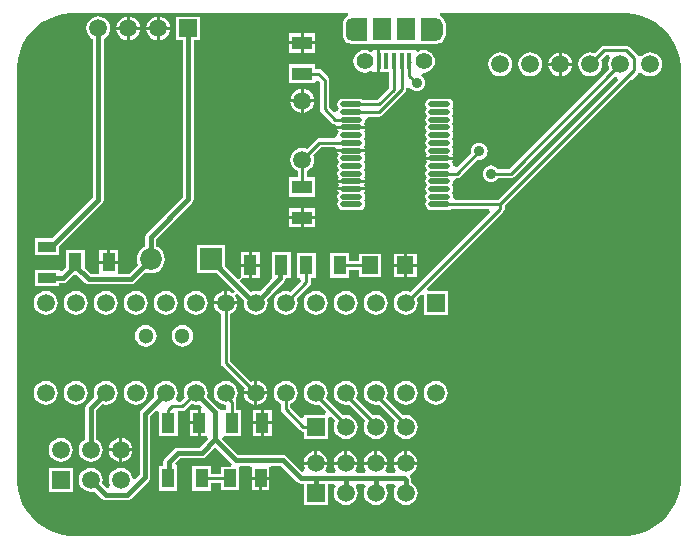
<source format=gtl>
G04*
G04 #@! TF.GenerationSoftware,Altium Limited,Altium Designer,22.1.2 (22)*
G04*
G04 Layer_Physical_Order=1*
G04 Layer_Color=255*
%FSLAX25Y25*%
%MOIN*%
G70*
G04*
G04 #@! TF.SameCoordinates,7393A906-C076-4882-B3B6-B19C62209B97*
G04*
G04*
G04 #@! TF.FilePolarity,Positive*
G04*
G01*
G75*
%ADD13C,0.01000*%
%ADD17R,0.01500X0.05315*%
%ADD20R,0.06717X0.04349*%
%ADD22O,0.07284X0.01772*%
%ADD24R,0.04349X0.06717*%
%ADD25R,0.03937X0.05906*%
%ADD34C,0.01968*%
%ADD35R,0.06102X0.03543*%
%ADD36R,0.05512X0.05906*%
%ADD37R,0.05906X0.07480*%
%ADD38R,0.04331X0.06496*%
%ADD39C,0.01500*%
%ADD40C,0.05500*%
%ADD41C,0.05906*%
%ADD42C,0.07284*%
%ADD43C,0.05118*%
%ADD44R,0.05906X0.05906*%
%ADD45R,0.07284X0.07284*%
%ADD46R,0.05906X0.05906*%
%ADD47C,0.03600*%
G36*
X141299Y167858D02*
X139331D01*
Y171402D01*
X141299D01*
X141299Y167858D01*
D02*
G37*
G36*
X110984Y167858D02*
X109016D01*
X109016Y171402D01*
X110984D01*
Y167858D01*
D02*
G37*
G36*
X139331Y165890D02*
X134213D01*
Y173370D01*
X139331D01*
Y165890D01*
D02*
G37*
G36*
X116102D02*
X110984D01*
Y173370D01*
X116102D01*
Y165890D01*
D02*
G37*
G36*
X205251Y174856D02*
X207680Y174205D01*
X210003Y173243D01*
X212181Y171985D01*
X214176Y170455D01*
X215954Y168676D01*
X217485Y166681D01*
X218743Y164503D01*
X219705Y162180D01*
X220356Y159751D01*
X220684Y157257D01*
Y156000D01*
Y20000D01*
Y18743D01*
X220356Y16249D01*
X219705Y13820D01*
X218743Y11497D01*
X217485Y9319D01*
X215954Y7324D01*
X214176Y5545D01*
X212181Y4014D01*
X210003Y2757D01*
X207680Y1795D01*
X205251Y1144D01*
X202757Y816D01*
X17243D01*
X14749Y1144D01*
X12320Y1795D01*
X9997Y2757D01*
X7819Y4014D01*
X5824Y5545D01*
X4045Y7324D01*
X2514Y9319D01*
X1257Y11497D01*
X295Y13820D01*
X-356Y16249D01*
X-684Y18743D01*
Y20000D01*
Y156000D01*
Y157257D01*
X-356Y159751D01*
X295Y162180D01*
X1257Y164503D01*
X2514Y166681D01*
X4045Y168676D01*
X5824Y170455D01*
X7819Y171985D01*
X9997Y173243D01*
X12320Y174205D01*
X14749Y174856D01*
X17243Y175184D01*
X109747D01*
X109945Y174184D01*
X109487Y173995D01*
X108867Y173519D01*
X108391Y172899D01*
X108092Y172177D01*
X107990Y171402D01*
X107996Y171356D01*
X107996Y167905D01*
X107990Y167858D01*
X108092Y167083D01*
X108391Y166361D01*
X108867Y165741D01*
X109487Y165265D01*
X110209Y164966D01*
X110984Y164864D01*
X111030Y164870D01*
X116102D01*
X116268Y164903D01*
X117268Y164890D01*
X117748Y164890D01*
X132475D01*
X133047Y164890D01*
X134047Y164903D01*
X134213Y164870D01*
X139285D01*
X139331Y164864D01*
X140106Y164966D01*
X140828Y165265D01*
X141448Y165741D01*
X141924Y166361D01*
X142223Y167083D01*
X142325Y167858D01*
X142319Y167904D01*
X142319Y171355D01*
X142325Y171402D01*
X142223Y172177D01*
X141924Y172899D01*
X141448Y173519D01*
X140828Y173995D01*
X140369Y174184D01*
X140568Y175184D01*
X202757D01*
X205251Y174856D01*
D02*
G37*
%LPC*%
G36*
X47000Y173921D02*
Y170500D01*
X50421D01*
X50351Y171032D01*
X49953Y171993D01*
X49319Y172819D01*
X48493Y173453D01*
X47532Y173851D01*
X47000Y173921D01*
D02*
G37*
G36*
X37000D02*
Y170500D01*
X40421D01*
X40351Y171032D01*
X39953Y171993D01*
X39319Y172819D01*
X38493Y173453D01*
X37532Y173851D01*
X37000Y173921D01*
D02*
G37*
G36*
X46000D02*
X45468Y173851D01*
X44507Y173453D01*
X43681Y172819D01*
X43047Y171993D01*
X42649Y171032D01*
X42579Y170500D01*
X46000D01*
Y173921D01*
D02*
G37*
G36*
X36000D02*
X35468Y173851D01*
X34507Y173453D01*
X33681Y172819D01*
X33047Y171993D01*
X32649Y171032D01*
X32579Y170500D01*
X36000D01*
Y173921D01*
D02*
G37*
G36*
X50421Y169500D02*
X47000D01*
Y166079D01*
X47532Y166149D01*
X48493Y166547D01*
X49319Y167181D01*
X49953Y168007D01*
X50351Y168968D01*
X50421Y169500D01*
D02*
G37*
G36*
X40421D02*
X37000D01*
Y166079D01*
X37532Y166149D01*
X38493Y166547D01*
X39319Y167181D01*
X39953Y168007D01*
X40351Y168968D01*
X40421Y169500D01*
D02*
G37*
G36*
X36000D02*
X32579D01*
X32649Y168968D01*
X33047Y168007D01*
X33681Y167181D01*
X34507Y166547D01*
X35468Y166149D01*
X36000Y166079D01*
Y169500D01*
D02*
G37*
G36*
X46000D02*
X42579D01*
X42649Y168968D01*
X43047Y168007D01*
X43681Y167181D01*
X44507Y166547D01*
X45468Y166149D01*
X46000Y166079D01*
Y169500D01*
D02*
G37*
G36*
X98859Y168296D02*
X95000D01*
Y165621D01*
X98859D01*
Y168296D01*
D02*
G37*
G36*
X94000D02*
X90141D01*
Y165621D01*
X94000D01*
Y168296D01*
D02*
G37*
G36*
X135000Y162782D02*
X134021Y162654D01*
X133109Y162276D01*
X133026Y162212D01*
X132026Y162657D01*
Y162657D01*
X120539D01*
Y159000D01*
Y155342D01*
X123471D01*
Y150134D01*
X119500Y146163D01*
X114696D01*
X114326Y146410D01*
X113591Y146557D01*
X108079D01*
X107343Y146410D01*
X106719Y145993D01*
X106302Y145370D01*
X106156Y144634D01*
X106302Y143898D01*
X106666Y143354D01*
X106302Y142811D01*
X106213Y142364D01*
X105410Y141993D01*
X105193Y141970D01*
X103529Y143633D01*
Y152758D01*
X103413Y153343D01*
X103081Y153839D01*
X100960Y155960D01*
X100464Y156292D01*
X99879Y156408D01*
X98859D01*
Y158053D01*
X90141D01*
Y151704D01*
X98859D01*
Y152275D01*
X99724Y152646D01*
X100471Y152041D01*
Y143000D01*
X100587Y142415D01*
X100919Y141919D01*
X104403Y138434D01*
X104899Y138103D01*
X105421Y137999D01*
X105493Y137974D01*
X105843Y137457D01*
X110835D01*
X115414D01*
X115367Y137692D01*
X115004Y138236D01*
X115367Y138780D01*
X115513Y139516D01*
X115507Y139545D01*
X116282Y140545D01*
X120075D01*
X120660Y140662D01*
X121156Y140993D01*
X128798Y148635D01*
X129130Y149131D01*
X129246Y149716D01*
Y150209D01*
X130246Y150408D01*
X130254Y150388D01*
X130703Y149803D01*
X131288Y149354D01*
X131969Y149072D01*
X132700Y148976D01*
X133431Y149072D01*
X134112Y149354D01*
X134697Y149803D01*
X135146Y150388D01*
X135428Y151069D01*
X135524Y151800D01*
X135428Y152531D01*
X135146Y153212D01*
X134697Y153797D01*
X134296Y154105D01*
X134112Y154246D01*
X134056Y154333D01*
X134645Y155264D01*
X135000Y155218D01*
X135979Y155347D01*
X136891Y155724D01*
X137674Y156325D01*
X138276Y157109D01*
X138654Y158021D01*
X138782Y159000D01*
X138654Y159979D01*
X138276Y160891D01*
X137674Y161674D01*
X136891Y162276D01*
X135979Y162654D01*
X135000Y162782D01*
D02*
G37*
G36*
X98859Y164621D02*
X95000D01*
Y161947D01*
X98859D01*
Y164621D01*
D02*
G37*
G36*
X94000D02*
X90141D01*
Y161947D01*
X94000D01*
Y164621D01*
D02*
G37*
G36*
X202468Y164281D02*
X195252D01*
X194667Y164165D01*
X194170Y163833D01*
X191996Y161659D01*
X191532Y161851D01*
X190500Y161987D01*
X189468Y161851D01*
X188507Y161453D01*
X187681Y160819D01*
X187047Y159993D01*
X186649Y159032D01*
X186513Y158000D01*
X186649Y156968D01*
X187047Y156007D01*
X187681Y155181D01*
X188507Y154547D01*
X189468Y154149D01*
X190500Y154013D01*
X191532Y154149D01*
X192493Y154547D01*
X193319Y155181D01*
X193953Y156007D01*
X194351Y156968D01*
X194487Y158000D01*
X194351Y159032D01*
X194159Y159496D01*
X195809Y161146D01*
X196811Y161051D01*
X197211Y160206D01*
X197047Y159993D01*
X196649Y159032D01*
X196513Y158000D01*
X196649Y156968D01*
X196841Y156504D01*
X163366Y123029D01*
X159856D01*
X159497Y123497D01*
X158912Y123946D01*
X158231Y124228D01*
X157500Y124324D01*
X156769Y124228D01*
X156088Y123946D01*
X155503Y123497D01*
X155054Y122912D01*
X154772Y122231D01*
X154676Y121500D01*
X154772Y120769D01*
X155054Y120088D01*
X155503Y119503D01*
X156088Y119054D01*
X156769Y118772D01*
X157500Y118676D01*
X158231Y118772D01*
X158912Y119054D01*
X159497Y119503D01*
X159856Y119971D01*
X164000D01*
X164585Y120087D01*
X165081Y120419D01*
X198694Y154032D01*
X199416Y153837D01*
X199721Y152808D01*
X159808Y112896D01*
X145613D01*
X144838Y113895D01*
X144844Y113925D01*
X144698Y114661D01*
X144334Y115205D01*
X144698Y115748D01*
X144844Y116484D01*
X144698Y117220D01*
X144334Y117764D01*
X144698Y118307D01*
X144844Y119043D01*
X144838Y119073D01*
X145613Y120073D01*
X146102D01*
X146688Y120189D01*
X147184Y120521D01*
X152916Y126253D01*
X153500Y126176D01*
X154231Y126272D01*
X154912Y126554D01*
X155497Y127003D01*
X155946Y127588D01*
X156228Y128269D01*
X156324Y129000D01*
X156228Y129731D01*
X155946Y130412D01*
X155497Y130997D01*
X154912Y131446D01*
X154231Y131728D01*
X153500Y131824D01*
X152769Y131728D01*
X152088Y131446D01*
X151503Y130997D01*
X151054Y130412D01*
X150772Y129731D01*
X150676Y129000D01*
X150753Y128416D01*
X146054Y123717D01*
X144949Y123956D01*
X144838Y124132D01*
X144844Y124161D01*
X144698Y124897D01*
X144334Y125441D01*
X144698Y125985D01*
X144745Y126221D01*
X140165D01*
X135586D01*
X135633Y125985D01*
X135996Y125441D01*
X135633Y124897D01*
X135487Y124161D01*
X135633Y123426D01*
X135996Y122882D01*
X135633Y122338D01*
X135487Y121602D01*
X135633Y120867D01*
X135996Y120323D01*
X135633Y119779D01*
X135487Y119043D01*
X135633Y118307D01*
X135996Y117764D01*
X135633Y117220D01*
X135487Y116484D01*
X135633Y115748D01*
X135996Y115205D01*
X135633Y114661D01*
X135487Y113925D01*
X135633Y113189D01*
X135996Y112646D01*
X135633Y112102D01*
X135487Y111366D01*
X135633Y110630D01*
X136050Y110006D01*
X136674Y109590D01*
X137409Y109443D01*
X142921D01*
X143657Y109590D01*
X144027Y109837D01*
X156867D01*
X157250Y108913D01*
X130496Y82159D01*
X130032Y82351D01*
X129000Y82487D01*
X127968Y82351D01*
X127007Y81953D01*
X126181Y81319D01*
X125547Y80493D01*
X125149Y79532D01*
X125013Y78500D01*
X125149Y77468D01*
X125547Y76507D01*
X126181Y75681D01*
X127007Y75047D01*
X127968Y74649D01*
X129000Y74513D01*
X130032Y74649D01*
X130993Y75047D01*
X131819Y75681D01*
X132453Y76507D01*
X132851Y77468D01*
X132987Y78500D01*
X132851Y79532D01*
X132659Y79996D01*
X134123Y81460D01*
X135047Y81078D01*
Y74547D01*
X142953D01*
Y82453D01*
X136422D01*
X136039Y83377D01*
X161523Y108860D01*
X161855Y109356D01*
X161971Y109942D01*
Y110733D01*
X203884Y152646D01*
X204320Y152937D01*
X206333Y154950D01*
X206456Y155134D01*
X207414Y155286D01*
X207637Y155238D01*
X207681Y155181D01*
X208507Y154547D01*
X209468Y154149D01*
X210500Y154013D01*
X211532Y154149D01*
X212493Y154547D01*
X213319Y155181D01*
X213953Y156007D01*
X214351Y156968D01*
X214487Y158000D01*
X214351Y159032D01*
X213953Y159993D01*
X213319Y160819D01*
X212493Y161453D01*
X211532Y161851D01*
X210500Y161987D01*
X209468Y161851D01*
X208507Y161453D01*
X207681Y160819D01*
X207637Y160762D01*
X207414Y160714D01*
X206456Y160866D01*
X206333Y161050D01*
X203550Y163833D01*
X203054Y164165D01*
X202468Y164281D01*
D02*
G37*
G36*
X181000Y161921D02*
Y158500D01*
X184421D01*
X184351Y159032D01*
X183953Y159993D01*
X183319Y160819D01*
X182493Y161453D01*
X181532Y161851D01*
X181000Y161921D01*
D02*
G37*
G36*
X180000D02*
X179468Y161851D01*
X178507Y161453D01*
X177681Y160819D01*
X177047Y159993D01*
X176649Y159032D01*
X176579Y158500D01*
X180000D01*
Y161921D01*
D02*
G37*
G36*
X115315Y162782D02*
X114336Y162654D01*
X113424Y162276D01*
X112640Y161674D01*
X112039Y160891D01*
X111662Y159979D01*
X111533Y159000D01*
X111662Y158021D01*
X112039Y157109D01*
X112640Y156325D01*
X113424Y155724D01*
X114336Y155347D01*
X115315Y155218D01*
X116294Y155347D01*
X117206Y155724D01*
X117289Y155788D01*
X118289Y155342D01*
Y155342D01*
X119539D01*
Y159000D01*
Y162657D01*
X118289D01*
Y162657D01*
X117289Y162212D01*
X117206Y162276D01*
X116294Y162654D01*
X115315Y162782D01*
D02*
G37*
G36*
X184421Y157500D02*
X181000D01*
Y154079D01*
X181532Y154149D01*
X182493Y154547D01*
X183319Y155181D01*
X183953Y156007D01*
X184351Y156968D01*
X184421Y157500D01*
D02*
G37*
G36*
X180000D02*
X176579D01*
X176649Y156968D01*
X177047Y156007D01*
X177681Y155181D01*
X178507Y154547D01*
X179468Y154149D01*
X180000Y154079D01*
Y157500D01*
D02*
G37*
G36*
X170500Y161987D02*
X169468Y161851D01*
X168507Y161453D01*
X167681Y160819D01*
X167047Y159993D01*
X166649Y159032D01*
X166513Y158000D01*
X166649Y156968D01*
X167047Y156007D01*
X167681Y155181D01*
X168507Y154547D01*
X169468Y154149D01*
X170500Y154013D01*
X171532Y154149D01*
X172493Y154547D01*
X173319Y155181D01*
X173953Y156007D01*
X174351Y156968D01*
X174487Y158000D01*
X174351Y159032D01*
X173953Y159993D01*
X173319Y160819D01*
X172493Y161453D01*
X171532Y161851D01*
X170500Y161987D01*
D02*
G37*
G36*
X160500D02*
X159468Y161851D01*
X158507Y161453D01*
X157681Y160819D01*
X157047Y159993D01*
X156649Y159032D01*
X156513Y158000D01*
X156649Y156968D01*
X157047Y156007D01*
X157681Y155181D01*
X158507Y154547D01*
X159468Y154149D01*
X160500Y154013D01*
X161532Y154149D01*
X162493Y154547D01*
X163319Y155181D01*
X163953Y156007D01*
X164351Y156968D01*
X164487Y158000D01*
X164351Y159032D01*
X163953Y159993D01*
X163319Y160819D01*
X162493Y161453D01*
X161532Y161851D01*
X160500Y161987D01*
D02*
G37*
G36*
X95000Y149764D02*
Y146343D01*
X98421D01*
X98351Y146874D01*
X97953Y147836D01*
X97319Y148662D01*
X96493Y149295D01*
X95532Y149694D01*
X95000Y149764D01*
D02*
G37*
G36*
X94000D02*
X93468Y149694D01*
X92507Y149295D01*
X91681Y148662D01*
X91047Y147836D01*
X90649Y146874D01*
X90579Y146343D01*
X94000D01*
Y149764D01*
D02*
G37*
G36*
X98421Y145343D02*
X95000D01*
Y141921D01*
X95532Y141991D01*
X96493Y142390D01*
X97319Y143023D01*
X97953Y143849D01*
X98351Y144811D01*
X98421Y145343D01*
D02*
G37*
G36*
X94000D02*
X90579D01*
X90649Y144811D01*
X91047Y143849D01*
X91681Y143023D01*
X92507Y142390D01*
X93468Y141991D01*
X94000Y141921D01*
Y145343D01*
D02*
G37*
G36*
X115414Y136457D02*
X110835D01*
X106255D01*
X106302Y136221D01*
X106666Y135677D01*
X106302Y135133D01*
X106156Y134398D01*
X106162Y134368D01*
X105387Y133368D01*
X100181D01*
X99596Y133252D01*
X99100Y132920D01*
X95996Y129816D01*
X95532Y130008D01*
X94500Y130144D01*
X93468Y130008D01*
X92507Y129610D01*
X91681Y128977D01*
X91047Y128151D01*
X90649Y127189D01*
X90513Y126157D01*
X90649Y125126D01*
X91047Y124164D01*
X91681Y123338D01*
X92507Y122705D01*
X92971Y122513D01*
Y120296D01*
X90141D01*
Y113947D01*
X98859D01*
Y120296D01*
X96029D01*
Y122513D01*
X96493Y122705D01*
X97319Y123338D01*
X97953Y124164D01*
X98351Y125126D01*
X98487Y126157D01*
X98351Y127189D01*
X98159Y127653D01*
X100815Y130309D01*
X105387D01*
X105798Y129780D01*
X110835D01*
X115414D01*
X115367Y130015D01*
X115004Y130559D01*
X115367Y131103D01*
X115513Y131839D01*
X115367Y132574D01*
X115004Y133118D01*
X115367Y133662D01*
X115513Y134398D01*
X115367Y135133D01*
X115004Y135677D01*
X115367Y136221D01*
X115414Y136457D01*
D02*
G37*
G36*
X142921Y146557D02*
X137409D01*
X136674Y146410D01*
X136050Y145993D01*
X135633Y145370D01*
X135487Y144634D01*
X135633Y143898D01*
X135996Y143354D01*
X135633Y142811D01*
X135487Y142075D01*
X135633Y141339D01*
X135996Y140795D01*
X135633Y140252D01*
X135487Y139516D01*
X135633Y138780D01*
X135996Y138236D01*
X135633Y137692D01*
X135487Y136957D01*
X135633Y136221D01*
X135996Y135677D01*
X135633Y135133D01*
X135487Y134398D01*
X135633Y133662D01*
X135996Y133118D01*
X135633Y132574D01*
X135487Y131839D01*
X135633Y131103D01*
X135996Y130559D01*
X135633Y130015D01*
X135487Y129279D01*
X135633Y128544D01*
X135996Y128000D01*
X135633Y127456D01*
X135586Y127220D01*
X140165D01*
X144745D01*
X144698Y127456D01*
X144334Y128000D01*
X144698Y128544D01*
X144844Y129279D01*
X144698Y130015D01*
X144334Y130559D01*
X144698Y131103D01*
X144844Y131839D01*
X144698Y132574D01*
X144334Y133118D01*
X144698Y133662D01*
X144844Y134398D01*
X144698Y135133D01*
X144334Y135677D01*
X144698Y136221D01*
X144844Y136957D01*
X144698Y137692D01*
X144334Y138236D01*
X144698Y138780D01*
X144844Y139516D01*
X144698Y140252D01*
X144334Y140795D01*
X144698Y141339D01*
X144844Y142075D01*
X144698Y142811D01*
X144334Y143354D01*
X144698Y143898D01*
X144844Y144634D01*
X144698Y145370D01*
X144281Y145993D01*
X143657Y146410D01*
X142921Y146557D01*
D02*
G37*
G36*
X115414Y128779D02*
X110835D01*
X106255D01*
X106302Y128544D01*
X106666Y128000D01*
X106302Y127456D01*
X106156Y126720D01*
X106302Y125985D01*
X106666Y125441D01*
X106302Y124897D01*
X106156Y124161D01*
X106302Y123426D01*
X106666Y122882D01*
X106302Y122338D01*
X106156Y121602D01*
X106302Y120867D01*
X106666Y120323D01*
X106302Y119779D01*
X106255Y119543D01*
X110835D01*
X115414D01*
X115367Y119779D01*
X115004Y120323D01*
X115367Y120867D01*
X115513Y121602D01*
X115367Y122338D01*
X115004Y122882D01*
X115367Y123426D01*
X115513Y124161D01*
X115367Y124897D01*
X115004Y125441D01*
X115367Y125985D01*
X115513Y126720D01*
X115367Y127456D01*
X115004Y128000D01*
X115367Y128544D01*
X115414Y128779D01*
D02*
G37*
G36*
X115414Y118543D02*
X110835D01*
X106255D01*
X106302Y118307D01*
X106666Y117764D01*
X106302Y117220D01*
X106255Y116984D01*
X110835D01*
X115414D01*
X115367Y117220D01*
X115004Y117764D01*
X115367Y118307D01*
X115414Y118543D01*
D02*
G37*
G36*
X115414Y115984D02*
X110835D01*
X106255D01*
X106302Y115748D01*
X106666Y115205D01*
X106302Y114661D01*
X106156Y113925D01*
X106302Y113189D01*
X106666Y112646D01*
X106302Y112102D01*
X106156Y111366D01*
X106302Y110630D01*
X106719Y110006D01*
X107343Y109590D01*
X108079Y109443D01*
X113591D01*
X114326Y109590D01*
X114950Y110006D01*
X115367Y110630D01*
X115513Y111366D01*
X115367Y112102D01*
X115004Y112646D01*
X115367Y113189D01*
X115513Y113925D01*
X115367Y114661D01*
X115004Y115205D01*
X115367Y115748D01*
X115414Y115984D01*
D02*
G37*
G36*
X98859Y110053D02*
X95000D01*
Y107379D01*
X98859D01*
Y110053D01*
D02*
G37*
G36*
X94000D02*
X90141D01*
Y107379D01*
X94000D01*
Y110053D01*
D02*
G37*
G36*
X98859Y106379D02*
X95000D01*
Y103704D01*
X98859D01*
Y106379D01*
D02*
G37*
G36*
X94000D02*
X90141D01*
Y103704D01*
X94000D01*
Y106379D01*
D02*
G37*
G36*
X26500Y173987D02*
X25468Y173851D01*
X24507Y173453D01*
X23681Y172819D01*
X23047Y171993D01*
X22649Y171032D01*
X22513Y170000D01*
X22649Y168968D01*
X23047Y168007D01*
X23681Y167181D01*
X24507Y166547D01*
X24716Y166461D01*
Y113676D01*
X11028Y99988D01*
X5449D01*
Y94445D01*
X13551D01*
Y97465D01*
X27762Y111675D01*
X27762Y111675D01*
X28148Y112254D01*
X28284Y112937D01*
X28284Y112937D01*
Y166461D01*
X28493Y166547D01*
X29319Y167181D01*
X29953Y168007D01*
X30351Y168968D01*
X30487Y170000D01*
X30351Y171032D01*
X29953Y171993D01*
X29319Y172819D01*
X28493Y173453D01*
X27532Y173851D01*
X26500Y173987D01*
D02*
G37*
G36*
X33276Y96248D02*
X30610D01*
Y92500D01*
X33276D01*
Y96248D01*
D02*
G37*
G36*
X29610D02*
X26945D01*
Y92500D01*
X29610D01*
Y96248D01*
D02*
G37*
G36*
X132661Y94953D02*
X129405D01*
Y91500D01*
X132661D01*
Y94953D01*
D02*
G37*
G36*
X128405D02*
X125150D01*
Y91500D01*
X128405D01*
Y94953D01*
D02*
G37*
G36*
X80432Y95359D02*
X77758D01*
Y91500D01*
X80432D01*
Y95359D01*
D02*
G37*
G36*
X76758D02*
X74083D01*
Y91500D01*
X76758D01*
Y95359D01*
D02*
G37*
G36*
X60453Y173953D02*
X52547D01*
Y166047D01*
X54716D01*
Y113739D01*
X42738Y101762D01*
X42351Y101183D01*
X42216Y100500D01*
Y97285D01*
X41659Y97054D01*
X40690Y96311D01*
X39946Y95341D01*
X39478Y94212D01*
X39318Y93000D01*
X39478Y91788D01*
X39708Y91232D01*
X36761Y88284D01*
X33276D01*
Y91500D01*
X30110D01*
X26945D01*
Y88284D01*
X24046D01*
X22055Y90275D01*
Y96248D01*
X15724D01*
Y90275D01*
X14551Y89102D01*
X13551Y89516D01*
Y89555D01*
X5449D01*
Y84012D01*
X13551D01*
Y84999D01*
X14756D01*
X15439Y85135D01*
X16018Y85522D01*
X18248Y87752D01*
X19532D01*
X22045Y85238D01*
X22624Y84851D01*
X23307Y84716D01*
X23307Y84716D01*
X37500D01*
X38183Y84851D01*
X38762Y85238D01*
X42232Y88708D01*
X42788Y88478D01*
X44000Y88318D01*
X45212Y88478D01*
X46341Y88946D01*
X47311Y89689D01*
X48055Y90659D01*
X48522Y91788D01*
X48682Y93000D01*
X48522Y94212D01*
X48055Y95341D01*
X47311Y96311D01*
X46341Y97054D01*
X45784Y97285D01*
Y99761D01*
X57762Y111738D01*
X58148Y112317D01*
X58284Y113000D01*
X58284Y113000D01*
Y166047D01*
X60453D01*
Y173953D01*
D02*
G37*
G36*
X132661Y90500D02*
X129405D01*
Y87047D01*
X132661D01*
Y90500D01*
D02*
G37*
G36*
X128405D02*
X125150D01*
Y87047D01*
X128405D01*
Y90500D01*
D02*
G37*
G36*
X110276Y95248D02*
X103945D01*
Y86752D01*
X110276D01*
Y89471D01*
X113339D01*
Y87047D01*
X120850D01*
Y94953D01*
X113339D01*
Y92529D01*
X110276D01*
Y95248D01*
D02*
G37*
G36*
X80432Y90500D02*
X77758D01*
Y86641D01*
X80432D01*
Y90500D01*
D02*
G37*
G36*
X99055Y95248D02*
X92724D01*
Y86752D01*
X93705D01*
X94089Y85752D01*
X90496Y82159D01*
X90032Y82351D01*
X89000Y82487D01*
X87968Y82351D01*
X87007Y81953D01*
X86181Y81319D01*
X85547Y80493D01*
X85149Y79532D01*
X85013Y78500D01*
X85149Y77468D01*
X85547Y76507D01*
X86181Y75681D01*
X87007Y75047D01*
X87968Y74649D01*
X89000Y74513D01*
X90032Y74649D01*
X90993Y75047D01*
X91819Y75681D01*
X92453Y76507D01*
X92851Y77468D01*
X92987Y78500D01*
X92851Y79532D01*
X92659Y79996D01*
X96971Y84308D01*
X97303Y84804D01*
X97419Y85390D01*
Y86752D01*
X99055D01*
Y95248D01*
D02*
G37*
G36*
X68642Y97642D02*
X59358D01*
Y88358D01*
X66118D01*
X69340Y85137D01*
X69340Y85137D01*
X72154Y82323D01*
X71493Y81569D01*
X71370Y81664D01*
X70993Y81953D01*
X70032Y82351D01*
X69500Y82421D01*
Y79000D01*
X72921D01*
X72851Y79532D01*
X72453Y80493D01*
X72164Y80870D01*
X72069Y80993D01*
X72823Y81654D01*
X75125Y79351D01*
X75013Y78500D01*
X75149Y77468D01*
X75547Y76507D01*
X76181Y75681D01*
X77007Y75047D01*
X77968Y74649D01*
X79000Y74513D01*
X80032Y74649D01*
X80993Y75047D01*
X81819Y75681D01*
X82453Y76507D01*
X82851Y77468D01*
X82987Y78500D01*
X82851Y79532D01*
X82764Y79741D01*
X88489Y85465D01*
X88489Y85465D01*
X88876Y86044D01*
X88994Y86641D01*
X90675D01*
Y95359D01*
X84325D01*
Y86641D01*
X84325Y86641D01*
X84325D01*
X83835Y85858D01*
X80241Y82264D01*
X80032Y82351D01*
X79000Y82487D01*
X77968Y82351D01*
X77405Y82118D01*
X73740Y85783D01*
X74296Y86641D01*
X74995Y86641D01*
X76758D01*
Y90500D01*
X74083D01*
Y87616D01*
X74083Y86854D01*
X73225Y86298D01*
X71863Y87660D01*
X71863Y87660D01*
X68642Y90882D01*
Y97642D01*
D02*
G37*
G36*
X68500Y82421D02*
X67968Y82351D01*
X67007Y81953D01*
X66181Y81319D01*
X65547Y80493D01*
X65149Y79532D01*
X65079Y79000D01*
X68500D01*
Y82421D01*
D02*
G37*
G36*
X119000Y82487D02*
X117968Y82351D01*
X117007Y81953D01*
X116181Y81319D01*
X115547Y80493D01*
X115149Y79532D01*
X115013Y78500D01*
X115149Y77468D01*
X115547Y76507D01*
X116181Y75681D01*
X117007Y75047D01*
X117968Y74649D01*
X119000Y74513D01*
X120032Y74649D01*
X120993Y75047D01*
X121819Y75681D01*
X122453Y76507D01*
X122851Y77468D01*
X122987Y78500D01*
X122851Y79532D01*
X122453Y80493D01*
X121819Y81319D01*
X120993Y81953D01*
X120032Y82351D01*
X119000Y82487D01*
D02*
G37*
G36*
X109000D02*
X107968Y82351D01*
X107007Y81953D01*
X106181Y81319D01*
X105547Y80493D01*
X105149Y79532D01*
X105013Y78500D01*
X105149Y77468D01*
X105547Y76507D01*
X106181Y75681D01*
X107007Y75047D01*
X107968Y74649D01*
X109000Y74513D01*
X110032Y74649D01*
X110993Y75047D01*
X111819Y75681D01*
X112453Y76507D01*
X112851Y77468D01*
X112987Y78500D01*
X112851Y79532D01*
X112453Y80493D01*
X111819Y81319D01*
X110993Y81953D01*
X110032Y82351D01*
X109000Y82487D01*
D02*
G37*
G36*
X99000D02*
X97968Y82351D01*
X97007Y81953D01*
X96181Y81319D01*
X95547Y80493D01*
X95149Y79532D01*
X95013Y78500D01*
X95149Y77468D01*
X95547Y76507D01*
X96181Y75681D01*
X97007Y75047D01*
X97968Y74649D01*
X99000Y74513D01*
X100032Y74649D01*
X100993Y75047D01*
X101819Y75681D01*
X102453Y76507D01*
X102851Y77468D01*
X102987Y78500D01*
X102851Y79532D01*
X102453Y80493D01*
X101819Y81319D01*
X100993Y81953D01*
X100032Y82351D01*
X99000Y82487D01*
D02*
G37*
G36*
X59000D02*
X57968Y82351D01*
X57007Y81953D01*
X56181Y81319D01*
X55547Y80493D01*
X55149Y79532D01*
X55013Y78500D01*
X55149Y77468D01*
X55547Y76507D01*
X56181Y75681D01*
X57007Y75047D01*
X57968Y74649D01*
X59000Y74513D01*
X60032Y74649D01*
X60993Y75047D01*
X61819Y75681D01*
X62453Y76507D01*
X62851Y77468D01*
X62987Y78500D01*
X62851Y79532D01*
X62453Y80493D01*
X61819Y81319D01*
X60993Y81953D01*
X60032Y82351D01*
X59000Y82487D01*
D02*
G37*
G36*
X49000D02*
X47968Y82351D01*
X47007Y81953D01*
X46181Y81319D01*
X45547Y80493D01*
X45149Y79532D01*
X45013Y78500D01*
X45149Y77468D01*
X45547Y76507D01*
X46181Y75681D01*
X47007Y75047D01*
X47968Y74649D01*
X49000Y74513D01*
X50032Y74649D01*
X50993Y75047D01*
X51819Y75681D01*
X52453Y76507D01*
X52851Y77468D01*
X52987Y78500D01*
X52851Y79532D01*
X52453Y80493D01*
X51819Y81319D01*
X50993Y81953D01*
X50032Y82351D01*
X49000Y82487D01*
D02*
G37*
G36*
X39000D02*
X37968Y82351D01*
X37007Y81953D01*
X36181Y81319D01*
X35547Y80493D01*
X35149Y79532D01*
X35013Y78500D01*
X35149Y77468D01*
X35547Y76507D01*
X36181Y75681D01*
X37007Y75047D01*
X37968Y74649D01*
X39000Y74513D01*
X40032Y74649D01*
X40993Y75047D01*
X41819Y75681D01*
X42453Y76507D01*
X42851Y77468D01*
X42987Y78500D01*
X42851Y79532D01*
X42453Y80493D01*
X41819Y81319D01*
X40993Y81953D01*
X40032Y82351D01*
X39000Y82487D01*
D02*
G37*
G36*
X29000D02*
X27968Y82351D01*
X27007Y81953D01*
X26181Y81319D01*
X25547Y80493D01*
X25149Y79532D01*
X25013Y78500D01*
X25149Y77468D01*
X25547Y76507D01*
X26181Y75681D01*
X27007Y75047D01*
X27968Y74649D01*
X29000Y74513D01*
X30032Y74649D01*
X30993Y75047D01*
X31819Y75681D01*
X32453Y76507D01*
X32851Y77468D01*
X32987Y78500D01*
X32851Y79532D01*
X32453Y80493D01*
X31819Y81319D01*
X30993Y81953D01*
X30032Y82351D01*
X29000Y82487D01*
D02*
G37*
G36*
X19000D02*
X17968Y82351D01*
X17007Y81953D01*
X16181Y81319D01*
X15547Y80493D01*
X15149Y79532D01*
X15013Y78500D01*
X15149Y77468D01*
X15547Y76507D01*
X16181Y75681D01*
X17007Y75047D01*
X17968Y74649D01*
X19000Y74513D01*
X20032Y74649D01*
X20993Y75047D01*
X21819Y75681D01*
X22453Y76507D01*
X22851Y77468D01*
X22987Y78500D01*
X22851Y79532D01*
X22453Y80493D01*
X21819Y81319D01*
X20993Y81953D01*
X20032Y82351D01*
X19000Y82487D01*
D02*
G37*
G36*
X9000D02*
X7968Y82351D01*
X7007Y81953D01*
X6181Y81319D01*
X5547Y80493D01*
X5149Y79532D01*
X5013Y78500D01*
X5149Y77468D01*
X5547Y76507D01*
X6181Y75681D01*
X7007Y75047D01*
X7968Y74649D01*
X9000Y74513D01*
X10032Y74649D01*
X10993Y75047D01*
X11819Y75681D01*
X12453Y76507D01*
X12851Y77468D01*
X12987Y78500D01*
X12851Y79532D01*
X12453Y80493D01*
X11819Y81319D01*
X10993Y81953D01*
X10032Y82351D01*
X9000Y82487D01*
D02*
G37*
G36*
X54602Y71090D02*
X53673Y70967D01*
X52807Y70609D01*
X52064Y70038D01*
X51494Y69295D01*
X51135Y68429D01*
X51013Y67500D01*
X51135Y66571D01*
X51494Y65705D01*
X52064Y64962D01*
X52807Y64391D01*
X53673Y64033D01*
X54602Y63910D01*
X55531Y64033D01*
X56397Y64391D01*
X57141Y64962D01*
X57711Y65705D01*
X58070Y66571D01*
X58192Y67500D01*
X58070Y68429D01*
X57711Y69295D01*
X57141Y70038D01*
X56397Y70609D01*
X55531Y70967D01*
X54602Y71090D01*
D02*
G37*
G36*
X42398D02*
X41469Y70967D01*
X40603Y70609D01*
X39859Y70038D01*
X39289Y69295D01*
X38930Y68429D01*
X38808Y67500D01*
X38930Y66571D01*
X39289Y65705D01*
X39859Y64962D01*
X40603Y64391D01*
X41469Y64033D01*
X42398Y63910D01*
X43327Y64033D01*
X44192Y64391D01*
X44936Y64962D01*
X45507Y65705D01*
X45865Y66571D01*
X45987Y67500D01*
X45865Y68429D01*
X45507Y69295D01*
X44936Y70038D01*
X44192Y70609D01*
X43327Y70967D01*
X42398Y71090D01*
D02*
G37*
G36*
X79500Y52421D02*
Y49000D01*
X82921D01*
X82851Y49532D01*
X82453Y50493D01*
X81819Y51319D01*
X80993Y51953D01*
X80032Y52351D01*
X79500Y52421D01*
D02*
G37*
G36*
X72921Y78000D02*
X69000D01*
X65079D01*
X65149Y77468D01*
X65547Y76507D01*
X66181Y75681D01*
X67007Y75047D01*
X67471Y74855D01*
Y58500D01*
X67587Y57915D01*
X67919Y57419D01*
X75341Y49996D01*
X75149Y49532D01*
X75079Y49000D01*
X78500D01*
Y52421D01*
X77968Y52351D01*
X77504Y52159D01*
X70529Y59133D01*
Y74855D01*
X70993Y75047D01*
X71819Y75681D01*
X72453Y76507D01*
X72851Y77468D01*
X72921Y78000D01*
D02*
G37*
G36*
X82921Y48000D02*
X79500D01*
Y44579D01*
X80032Y44649D01*
X80993Y45047D01*
X81819Y45681D01*
X82453Y46507D01*
X82851Y47468D01*
X82921Y48000D01*
D02*
G37*
G36*
X78500D02*
X75079D01*
X75149Y47468D01*
X75547Y46507D01*
X76181Y45681D01*
X77007Y45047D01*
X77968Y44649D01*
X78500Y44579D01*
Y48000D01*
D02*
G37*
G36*
X139000Y52487D02*
X137968Y52351D01*
X137007Y51953D01*
X136181Y51319D01*
X135547Y50493D01*
X135149Y49532D01*
X135013Y48500D01*
X135149Y47468D01*
X135547Y46507D01*
X136181Y45681D01*
X137007Y45047D01*
X137968Y44649D01*
X139000Y44513D01*
X140032Y44649D01*
X140993Y45047D01*
X141819Y45681D01*
X142453Y46507D01*
X142851Y47468D01*
X142987Y48500D01*
X142851Y49532D01*
X142453Y50493D01*
X141819Y51319D01*
X140993Y51953D01*
X140032Y52351D01*
X139000Y52487D01*
D02*
G37*
G36*
X129000D02*
X127968Y52351D01*
X127007Y51953D01*
X126181Y51319D01*
X125547Y50493D01*
X125149Y49532D01*
X125013Y48500D01*
X125149Y47468D01*
X125547Y46507D01*
X126181Y45681D01*
X127007Y45047D01*
X127968Y44649D01*
X129000Y44513D01*
X130032Y44649D01*
X130993Y45047D01*
X131819Y45681D01*
X132453Y46507D01*
X132851Y47468D01*
X132987Y48500D01*
X132851Y49532D01*
X132453Y50493D01*
X131819Y51319D01*
X130993Y51953D01*
X130032Y52351D01*
X129000Y52487D01*
D02*
G37*
G36*
X39000D02*
X37968Y52351D01*
X37007Y51953D01*
X36181Y51319D01*
X35547Y50493D01*
X35149Y49532D01*
X35013Y48500D01*
X35149Y47468D01*
X35547Y46507D01*
X36181Y45681D01*
X37007Y45047D01*
X37968Y44649D01*
X39000Y44513D01*
X40032Y44649D01*
X40993Y45047D01*
X41819Y45681D01*
X42453Y46507D01*
X42851Y47468D01*
X42987Y48500D01*
X42851Y49532D01*
X42453Y50493D01*
X41819Y51319D01*
X40993Y51953D01*
X40032Y52351D01*
X39000Y52487D01*
D02*
G37*
G36*
X29000D02*
X27968Y52351D01*
X27007Y51953D01*
X26181Y51319D01*
X25547Y50493D01*
X25149Y49532D01*
X25013Y48500D01*
X25149Y47468D01*
X25236Y47259D01*
X22738Y44762D01*
X22352Y44183D01*
X22216Y43500D01*
Y33039D01*
X22007Y32953D01*
X21181Y32319D01*
X20547Y31493D01*
X20149Y30532D01*
X20013Y29500D01*
X20149Y28468D01*
X20547Y27507D01*
X21181Y26681D01*
X22007Y26047D01*
X22968Y25649D01*
X24000Y25513D01*
X25032Y25649D01*
X25993Y26047D01*
X26819Y26681D01*
X27453Y27507D01*
X27851Y28468D01*
X27987Y29500D01*
X27851Y30532D01*
X27453Y31493D01*
X26819Y32319D01*
X25993Y32953D01*
X25784Y33039D01*
Y42761D01*
X27759Y44736D01*
X27968Y44649D01*
X29000Y44513D01*
X30032Y44649D01*
X30993Y45047D01*
X31819Y45681D01*
X32453Y46507D01*
X32851Y47468D01*
X32987Y48500D01*
X32851Y49532D01*
X32453Y50493D01*
X31819Y51319D01*
X30993Y51953D01*
X30032Y52351D01*
X29000Y52487D01*
D02*
G37*
G36*
X19000D02*
X17968Y52351D01*
X17007Y51953D01*
X16181Y51319D01*
X15547Y50493D01*
X15149Y49532D01*
X15013Y48500D01*
X15149Y47468D01*
X15547Y46507D01*
X16181Y45681D01*
X17007Y45047D01*
X17968Y44649D01*
X19000Y44513D01*
X20032Y44649D01*
X20993Y45047D01*
X21819Y45681D01*
X22453Y46507D01*
X22851Y47468D01*
X22987Y48500D01*
X22851Y49532D01*
X22453Y50493D01*
X21819Y51319D01*
X20993Y51953D01*
X20032Y52351D01*
X19000Y52487D01*
D02*
G37*
G36*
X9000D02*
X7968Y52351D01*
X7007Y51953D01*
X6181Y51319D01*
X5547Y50493D01*
X5149Y49532D01*
X5013Y48500D01*
X5149Y47468D01*
X5547Y46507D01*
X6181Y45681D01*
X7007Y45047D01*
X7968Y44649D01*
X9000Y44513D01*
X10032Y44649D01*
X10993Y45047D01*
X11819Y45681D01*
X12453Y46507D01*
X12851Y47468D01*
X12987Y48500D01*
X12851Y49532D01*
X12453Y50493D01*
X11819Y51319D01*
X10993Y51953D01*
X10032Y52351D01*
X9000Y52487D01*
D02*
G37*
G36*
X69000D02*
X67968Y52351D01*
X67007Y51953D01*
X66181Y51319D01*
X65547Y50493D01*
X65149Y49532D01*
X65013Y48500D01*
X65149Y47468D01*
X65547Y46507D01*
X66181Y45681D01*
X67007Y45047D01*
X67968Y44649D01*
X69000Y44513D01*
X69110Y44416D01*
X69141Y43237D01*
X68764Y42859D01*
X67826Y42859D01*
X66904Y43049D01*
X66762Y43262D01*
X62764Y47259D01*
X62851Y47468D01*
X62987Y48500D01*
X62851Y49532D01*
X62453Y50493D01*
X61819Y51319D01*
X60993Y51953D01*
X60032Y52351D01*
X59000Y52487D01*
X57968Y52351D01*
X57007Y51953D01*
X56181Y51319D01*
X55547Y50493D01*
X55149Y49532D01*
X55013Y48500D01*
X55149Y47468D01*
X55341Y47004D01*
X53889Y45552D01*
X52909Y45633D01*
X52453Y46507D01*
X52851Y47468D01*
X52987Y48500D01*
X52851Y49532D01*
X52453Y50493D01*
X51819Y51319D01*
X50993Y51953D01*
X50032Y52351D01*
X49000Y52487D01*
X47968Y52351D01*
X47007Y51953D01*
X46181Y51319D01*
X45547Y50493D01*
X45149Y49532D01*
X45013Y48500D01*
X45149Y47468D01*
X45236Y47259D01*
X40853Y42876D01*
X40466Y42297D01*
X40330Y41614D01*
Y21280D01*
X38944Y19893D01*
X37888Y20252D01*
X37851Y20532D01*
X37453Y21493D01*
X36819Y22319D01*
X35993Y22953D01*
X35032Y23351D01*
X34000Y23487D01*
X32968Y23351D01*
X32007Y22953D01*
X31181Y22319D01*
X30547Y21493D01*
X30149Y20532D01*
X30013Y19500D01*
X30149Y18468D01*
X30413Y17832D01*
X30049Y16972D01*
X29856Y16765D01*
X29327Y16696D01*
X27764Y18259D01*
X27851Y18468D01*
X27987Y19500D01*
X27851Y20532D01*
X27453Y21493D01*
X26819Y22319D01*
X25993Y22953D01*
X25032Y23351D01*
X24000Y23487D01*
X22968Y23351D01*
X22007Y22953D01*
X21181Y22319D01*
X20547Y21493D01*
X20149Y20532D01*
X20013Y19500D01*
X20149Y18468D01*
X20547Y17507D01*
X21181Y16681D01*
X22007Y16047D01*
X22968Y15649D01*
X24000Y15513D01*
X25032Y15649D01*
X25241Y15736D01*
X27740Y13236D01*
X27740Y13236D01*
X28319Y12850D01*
X29002Y12714D01*
X36072D01*
X36755Y12850D01*
X37334Y13236D01*
X43376Y19279D01*
X43763Y19858D01*
X43899Y20541D01*
X43899Y20541D01*
Y40875D01*
X45704Y42681D01*
X46704Y42267D01*
X46704Y42144D01*
X46704Y42144D01*
X46704Y42104D01*
Y34141D01*
X53053D01*
Y42471D01*
X54500D01*
X55085Y42587D01*
X55581Y42919D01*
X57504Y44841D01*
X57968Y44649D01*
X59000Y44513D01*
X60032Y44649D01*
X60241Y44736D01*
X61194Y43782D01*
X60811Y42859D01*
X60621D01*
Y38500D01*
Y34141D01*
X62704D01*
X63118Y33141D01*
X60261Y30284D01*
X53000D01*
X52317Y30149D01*
X51738Y29762D01*
X48738Y26762D01*
X48351Y26183D01*
X48216Y25500D01*
Y24248D01*
X46614D01*
Y15752D01*
X52945D01*
Y24248D01*
X52686D01*
X52271Y25248D01*
X53739Y26716D01*
X61000D01*
X61683Y26851D01*
X62262Y27238D01*
X65500Y30477D01*
X71024Y24953D01*
X70768Y24108D01*
X70652Y23953D01*
X67413D01*
Y21529D01*
X64165D01*
Y24248D01*
X57835D01*
Y15752D01*
X64165D01*
Y18471D01*
X67413D01*
Y16047D01*
X73350D01*
Y23216D01*
X73350Y23953D01*
X74242Y24216D01*
X76758D01*
X77650Y23953D01*
X77650Y23216D01*
Y20500D01*
X83587D01*
Y23216D01*
X83587Y23953D01*
X84478Y24216D01*
X87371D01*
X92849Y18738D01*
X93427Y18351D01*
X94110Y18216D01*
X95047D01*
Y11157D01*
X102953D01*
Y18216D01*
X105140D01*
X105633Y17216D01*
X105547Y17104D01*
X105149Y16142D01*
X105013Y15110D01*
X105149Y14078D01*
X105547Y13117D01*
X106181Y12291D01*
X107007Y11658D01*
X107968Y11259D01*
X109000Y11123D01*
X110032Y11259D01*
X110993Y11658D01*
X111819Y12291D01*
X112453Y13117D01*
X112851Y14078D01*
X112987Y15110D01*
X112851Y16142D01*
X112453Y17104D01*
X112367Y17216D01*
X112860Y18216D01*
X115140D01*
X115633Y17216D01*
X115547Y17104D01*
X115149Y16142D01*
X115013Y15110D01*
X115149Y14078D01*
X115547Y13117D01*
X116181Y12291D01*
X117007Y11658D01*
X117968Y11259D01*
X119000Y11123D01*
X120032Y11259D01*
X120993Y11658D01*
X121819Y12291D01*
X122453Y13117D01*
X122851Y14078D01*
X122987Y15110D01*
X122851Y16142D01*
X122453Y17104D01*
X122367Y17216D01*
X122860Y18216D01*
X125140D01*
X125633Y17216D01*
X125547Y17104D01*
X125149Y16142D01*
X125013Y15110D01*
X125149Y14078D01*
X125547Y13117D01*
X126181Y12291D01*
X127007Y11658D01*
X127968Y11259D01*
X129000Y11123D01*
X130032Y11259D01*
X130993Y11658D01*
X131819Y12291D01*
X132453Y13117D01*
X132851Y14078D01*
X132987Y15110D01*
X132851Y16142D01*
X132453Y17104D01*
X131819Y17929D01*
X130993Y18563D01*
X130784Y18650D01*
Y19414D01*
X130649Y20097D01*
X130473Y20360D01*
X130626Y21302D01*
X130782Y21570D01*
X130993Y21657D01*
X131819Y22291D01*
X132453Y23117D01*
X132851Y24078D01*
X132921Y24610D01*
X125079D01*
X125149Y24078D01*
X125547Y23117D01*
X125802Y22784D01*
X125309Y21784D01*
X122691D01*
X122198Y22784D01*
X122453Y23117D01*
X122851Y24078D01*
X122921Y24610D01*
X115079D01*
X115149Y24078D01*
X115547Y23117D01*
X115802Y22784D01*
X115309Y21784D01*
X112691D01*
X112198Y22784D01*
X112453Y23117D01*
X112851Y24078D01*
X112921Y24610D01*
X105079D01*
X105149Y24078D01*
X105547Y23117D01*
X105802Y22784D01*
X105309Y21784D01*
X102691D01*
X102198Y22784D01*
X102453Y23117D01*
X102851Y24078D01*
X102921Y24610D01*
X95079D01*
X95149Y24078D01*
X95444Y23367D01*
X95163Y22608D01*
X94922Y22289D01*
X94412Y22221D01*
X89372Y27262D01*
X88793Y27648D01*
X88110Y27784D01*
X73239D01*
X67882Y33141D01*
X68296Y34141D01*
X74174D01*
Y42859D01*
X72529D01*
Y45461D01*
X72413Y46047D01*
X72267Y46265D01*
X72453Y46507D01*
X72851Y47468D01*
X72987Y48500D01*
X72851Y49532D01*
X72453Y50493D01*
X71819Y51319D01*
X70993Y51953D01*
X70032Y52351D01*
X69000Y52487D01*
D02*
G37*
G36*
X99000D02*
X97968Y52351D01*
X97007Y51953D01*
X96181Y51319D01*
X95547Y50493D01*
X95149Y49532D01*
X95013Y48500D01*
X95149Y47468D01*
X95547Y46507D01*
X96181Y45681D01*
X97007Y45047D01*
X97968Y44649D01*
X99000Y44513D01*
X99998Y44644D01*
X102579Y42063D01*
X102165Y41063D01*
X95047D01*
Y40422D01*
X94123Y40040D01*
X90529Y43633D01*
Y44855D01*
X90993Y45047D01*
X91819Y45681D01*
X92453Y46507D01*
X92851Y47468D01*
X92987Y48500D01*
X92851Y49532D01*
X92453Y50493D01*
X91819Y51319D01*
X90993Y51953D01*
X90032Y52351D01*
X89000Y52487D01*
X87968Y52351D01*
X87007Y51953D01*
X86181Y51319D01*
X85547Y50493D01*
X85149Y49532D01*
X85013Y48500D01*
X85149Y47468D01*
X85547Y46507D01*
X86181Y45681D01*
X87007Y45047D01*
X87471Y44855D01*
Y43000D01*
X87587Y42415D01*
X87919Y41919D01*
X93808Y36029D01*
X94305Y35697D01*
X94890Y35581D01*
X95047D01*
Y33158D01*
X102953D01*
Y40275D01*
X103953Y40690D01*
X105545Y39097D01*
X105149Y38142D01*
X105013Y37110D01*
X105149Y36078D01*
X105547Y35117D01*
X106181Y34291D01*
X107007Y33658D01*
X107968Y33259D01*
X109000Y33123D01*
X110032Y33259D01*
X110993Y33658D01*
X111819Y34291D01*
X112453Y35117D01*
X112851Y36078D01*
X112987Y37110D01*
X112851Y38142D01*
X112453Y39104D01*
X111819Y39929D01*
X110993Y40563D01*
X110032Y40961D01*
X109000Y41097D01*
X108002Y40966D01*
X102455Y46513D01*
X102851Y47468D01*
X102987Y48500D01*
X102851Y49532D01*
X102453Y50493D01*
X101819Y51319D01*
X100993Y51953D01*
X100032Y52351D01*
X99000Y52487D01*
D02*
G37*
G36*
X84417Y42859D02*
X81742D01*
Y39000D01*
X84417D01*
Y42859D01*
D02*
G37*
G36*
X80742D02*
X78068D01*
Y39000D01*
X80742D01*
Y42859D01*
D02*
G37*
G36*
X59621D02*
X56947D01*
Y39000D01*
X59621D01*
Y42859D01*
D02*
G37*
G36*
X84417Y38000D02*
X81742D01*
Y34141D01*
X84417D01*
Y38000D01*
D02*
G37*
G36*
X80742D02*
X78068D01*
Y34141D01*
X80742D01*
Y38000D01*
D02*
G37*
G36*
X59621D02*
X56947D01*
Y34141D01*
X59621D01*
Y38000D01*
D02*
G37*
G36*
X119000Y52487D02*
X117968Y52351D01*
X117007Y51953D01*
X116181Y51319D01*
X115547Y50493D01*
X115149Y49532D01*
X115013Y48500D01*
X115149Y47468D01*
X115547Y46507D01*
X116181Y45681D01*
X117007Y45047D01*
X117968Y44649D01*
X119000Y44513D01*
X119998Y44644D01*
X125545Y39097D01*
X125149Y38142D01*
X125013Y37110D01*
X125149Y36078D01*
X125547Y35117D01*
X126181Y34291D01*
X127007Y33658D01*
X127968Y33259D01*
X129000Y33123D01*
X130032Y33259D01*
X130993Y33658D01*
X131819Y34291D01*
X132453Y35117D01*
X132851Y36078D01*
X132987Y37110D01*
X132851Y38142D01*
X132453Y39104D01*
X131819Y39929D01*
X130993Y40563D01*
X130032Y40961D01*
X129000Y41097D01*
X128002Y40966D01*
X122455Y46513D01*
X122851Y47468D01*
X122987Y48500D01*
X122851Y49532D01*
X122453Y50493D01*
X121819Y51319D01*
X120993Y51953D01*
X120032Y52351D01*
X119000Y52487D01*
D02*
G37*
G36*
X109000D02*
X107968Y52351D01*
X107007Y51953D01*
X106181Y51319D01*
X105547Y50493D01*
X105149Y49532D01*
X105013Y48500D01*
X105149Y47468D01*
X105547Y46507D01*
X106181Y45681D01*
X107007Y45047D01*
X107968Y44649D01*
X109000Y44513D01*
X109998Y44644D01*
X115545Y39097D01*
X115149Y38142D01*
X115013Y37110D01*
X115149Y36078D01*
X115547Y35117D01*
X116181Y34291D01*
X117007Y33658D01*
X117968Y33259D01*
X119000Y33123D01*
X120032Y33259D01*
X120993Y33658D01*
X121819Y34291D01*
X122453Y35117D01*
X122851Y36078D01*
X122987Y37110D01*
X122851Y38142D01*
X122453Y39104D01*
X121819Y39929D01*
X120993Y40563D01*
X120032Y40961D01*
X119000Y41097D01*
X118002Y40966D01*
X112455Y46513D01*
X112851Y47468D01*
X112987Y48500D01*
X112851Y49532D01*
X112453Y50493D01*
X111819Y51319D01*
X110993Y51953D01*
X110032Y52351D01*
X109000Y52487D01*
D02*
G37*
G36*
X34500Y33421D02*
Y30000D01*
X37921D01*
X37851Y30532D01*
X37453Y31493D01*
X36819Y32319D01*
X35993Y32953D01*
X35032Y33351D01*
X34500Y33421D01*
D02*
G37*
G36*
X33500D02*
X32968Y33351D01*
X32007Y32953D01*
X31181Y32319D01*
X30547Y31493D01*
X30149Y30532D01*
X30079Y30000D01*
X33500D01*
Y33421D01*
D02*
G37*
G36*
X129500Y29031D02*
Y25610D01*
X132921D01*
X132851Y26142D01*
X132453Y27104D01*
X131819Y27929D01*
X130993Y28563D01*
X130032Y28961D01*
X129500Y29031D01*
D02*
G37*
G36*
X128500D02*
X127968Y28961D01*
X127007Y28563D01*
X126181Y27929D01*
X125547Y27104D01*
X125149Y26142D01*
X125079Y25610D01*
X128500D01*
Y29031D01*
D02*
G37*
G36*
X119500D02*
Y25610D01*
X122921D01*
X122851Y26142D01*
X122453Y27104D01*
X121819Y27929D01*
X120993Y28563D01*
X120032Y28961D01*
X119500Y29031D01*
D02*
G37*
G36*
X118500D02*
X117968Y28961D01*
X117007Y28563D01*
X116181Y27929D01*
X115547Y27104D01*
X115149Y26142D01*
X115079Y25610D01*
X118500D01*
Y29031D01*
D02*
G37*
G36*
X109500D02*
Y25610D01*
X112921D01*
X112851Y26142D01*
X112453Y27104D01*
X111819Y27929D01*
X110993Y28563D01*
X110032Y28961D01*
X109500Y29031D01*
D02*
G37*
G36*
X108500D02*
X107968Y28961D01*
X107007Y28563D01*
X106181Y27929D01*
X105547Y27104D01*
X105149Y26142D01*
X105079Y25610D01*
X108500D01*
Y29031D01*
D02*
G37*
G36*
X99500D02*
Y25610D01*
X102921D01*
X102851Y26142D01*
X102453Y27104D01*
X101819Y27929D01*
X100993Y28563D01*
X100032Y28961D01*
X99500Y29031D01*
D02*
G37*
G36*
X98500D02*
X97968Y28961D01*
X97007Y28563D01*
X96181Y27929D01*
X95547Y27104D01*
X95149Y26142D01*
X95079Y25610D01*
X98500D01*
Y29031D01*
D02*
G37*
G36*
X37921Y29000D02*
X34500D01*
Y25579D01*
X35032Y25649D01*
X35993Y26047D01*
X36819Y26681D01*
X37453Y27507D01*
X37851Y28468D01*
X37921Y29000D01*
D02*
G37*
G36*
X33500D02*
X30079D01*
X30149Y28468D01*
X30547Y27507D01*
X31181Y26681D01*
X32007Y26047D01*
X32968Y25649D01*
X33500Y25579D01*
Y29000D01*
D02*
G37*
G36*
X14000Y33487D02*
X12968Y33351D01*
X12007Y32953D01*
X11181Y32319D01*
X10547Y31493D01*
X10149Y30532D01*
X10013Y29500D01*
X10149Y28468D01*
X10547Y27507D01*
X11181Y26681D01*
X12007Y26047D01*
X12968Y25649D01*
X14000Y25513D01*
X15032Y25649D01*
X15993Y26047D01*
X16819Y26681D01*
X17453Y27507D01*
X17851Y28468D01*
X17987Y29500D01*
X17851Y30532D01*
X17453Y31493D01*
X16819Y32319D01*
X15993Y32953D01*
X15032Y33351D01*
X14000Y33487D01*
D02*
G37*
G36*
X83587Y19500D02*
X81118D01*
Y16047D01*
X83587D01*
Y19500D01*
D02*
G37*
G36*
X80118D02*
X77650D01*
Y16047D01*
X80118D01*
Y19500D01*
D02*
G37*
G36*
X17953Y23453D02*
X10047D01*
Y15547D01*
X17953D01*
Y23453D01*
D02*
G37*
%LPD*%
D13*
X120075Y142075D02*
X127717Y149716D01*
Y159000D01*
X130276Y154224D02*
X132700Y151800D01*
X130276Y159000D02*
X130388Y158888D01*
X130276Y154224D02*
Y159000D01*
X110835Y142075D02*
X120075D01*
X110835Y144634D02*
X120134D01*
X125000Y149500D02*
Y158843D01*
X120134Y144634D02*
X125000Y149500D01*
Y158843D02*
X125157Y159000D01*
X203239Y154019D02*
X205252Y156032D01*
Y159968D01*
X202468Y162752D02*
X205252Y159968D01*
X203094Y154019D02*
X203239D01*
X190500Y158000D02*
X195252Y162752D01*
X202468D01*
X160442Y111366D02*
X203094Y154019D01*
X51068Y44000D02*
X54500D01*
X49841Y38538D02*
X49879Y38500D01*
X49841Y42773D02*
X51068Y44000D01*
X49841Y38538D02*
Y42773D01*
X54500Y44000D02*
X59000Y48500D01*
X94890Y37110D02*
X99000D01*
X89000Y43000D02*
Y48500D01*
Y43000D02*
X94890Y37110D01*
X146102Y121602D02*
X153500Y129000D01*
X140165Y121602D02*
X146102D01*
X69000Y58500D02*
Y78500D01*
Y58500D02*
X79000Y48500D01*
X102000Y143000D02*
Y152758D01*
X94500Y154879D02*
X99879D01*
X102000Y152758D01*
Y143000D02*
X105484Y139516D01*
X110687Y139663D02*
X110835Y139516D01*
X105484D02*
X110835D01*
X157500Y121500D02*
X164000D01*
X200500Y158000D01*
X157398Y121602D02*
X157500Y121500D01*
X160442Y109942D02*
Y111366D01*
X140165D02*
X160442D01*
X129000Y78500D02*
X160442Y109942D01*
X95890Y85390D02*
Y91000D01*
X89000Y78500D02*
X95890Y85390D01*
X89000Y78500D02*
X90000D01*
X71000Y38500D02*
Y45461D01*
X69000Y47462D02*
Y48500D01*
Y47462D02*
X71000Y45461D01*
X61000Y20000D02*
X70382D01*
X107110Y91000D02*
X117095D01*
X99000Y47805D02*
X109000Y37805D01*
X94500Y117121D02*
Y126157D01*
Y117121D02*
X94500Y117121D01*
X94500Y126157D02*
X100181Y131839D01*
X110835D01*
X129000Y37110D02*
Y37805D01*
X119000Y47805D02*
Y48500D01*
Y47805D02*
X129000Y37805D01*
X109000Y47805D02*
X119000Y37805D01*
X109000Y47805D02*
Y48500D01*
X119000Y37110D02*
Y37805D01*
X99000Y47805D02*
Y48500D01*
X109000Y37110D02*
Y37805D01*
D17*
X120039Y159000D02*
D03*
X130276D02*
D03*
X127717D02*
D03*
X125157D02*
D03*
X122598D02*
D03*
D20*
X94500Y165121D02*
D03*
Y154879D02*
D03*
Y117121D02*
D03*
Y106879D02*
D03*
D22*
X140165Y121602D02*
D03*
Y111366D02*
D03*
Y113925D02*
D03*
Y116484D02*
D03*
Y119043D02*
D03*
Y124161D02*
D03*
Y126720D02*
D03*
Y129279D02*
D03*
Y131839D02*
D03*
Y134398D02*
D03*
Y136957D02*
D03*
Y139516D02*
D03*
Y142075D02*
D03*
Y144634D02*
D03*
X110835Y111366D02*
D03*
Y113925D02*
D03*
Y116484D02*
D03*
Y119043D02*
D03*
Y121602D02*
D03*
Y124161D02*
D03*
Y126720D02*
D03*
Y129279D02*
D03*
Y131839D02*
D03*
Y134398D02*
D03*
Y136957D02*
D03*
Y139516D02*
D03*
Y142075D02*
D03*
Y144634D02*
D03*
D24*
X71000Y38500D02*
D03*
X81242D02*
D03*
X49879D02*
D03*
X60121D02*
D03*
X87500Y91000D02*
D03*
X77258D02*
D03*
D25*
X70382Y20000D02*
D03*
X80618D02*
D03*
D34*
X140315Y171402D02*
G03*
X140315Y171402I-984J0D01*
G01*
Y167858D02*
G03*
X140315Y167858I-984J0D01*
G01*
X111969Y171402D02*
G03*
X111969Y171402I-984J0D01*
G01*
Y167858D02*
G03*
X111969Y167858I-984J0D01*
G01*
D35*
X9500Y97216D02*
D03*
Y86783D02*
D03*
D36*
X128905Y91000D02*
D03*
X117095D02*
D03*
D37*
X129095Y169630D02*
D03*
X121221D02*
D03*
D38*
X18890Y92000D02*
D03*
X30110D02*
D03*
X107110Y91000D02*
D03*
X95890D02*
D03*
X49779Y20000D02*
D03*
X61000D02*
D03*
D39*
X18890Y90917D02*
X23307Y86500D01*
X37500D01*
X44000Y93000D01*
X24000Y19500D02*
X29002Y14498D01*
X36072D01*
X42114Y20541D01*
Y41614D01*
X49000Y48500D01*
X24000Y29500D02*
Y43500D01*
X29000Y48500D01*
X61000Y28500D02*
X65500Y33000D01*
X50000Y25500D02*
X53000Y28500D01*
X61000D01*
X65500Y33000D02*
Y42000D01*
Y33000D02*
X72500Y26000D01*
X88110D01*
X94110Y20000D01*
X50000Y20221D02*
Y25500D01*
X49779Y20000D02*
X50000Y20221D01*
X59000Y48500D02*
X65500Y42000D01*
X87227Y86727D02*
Y90727D01*
X87500Y91000D01*
X79000Y78500D02*
X87227Y86727D01*
X128414Y20000D02*
X129000Y19414D01*
X118414Y20000D02*
X128414D01*
X129000Y15110D02*
Y19414D01*
X108414Y20000D02*
X118414D01*
X119000Y19414D01*
Y15110D02*
Y19414D01*
X99000Y20000D02*
X108414D01*
X109000Y15110D02*
Y19414D01*
X108414Y20000D02*
X109000Y19414D01*
X94110Y20000D02*
X99000D01*
Y15110D02*
Y20000D01*
X70601Y86399D02*
X78500Y78500D01*
X64000Y93000D02*
X70601Y86399D01*
X18890Y90917D02*
Y92000D01*
X78500Y78500D02*
X79000D01*
X44000Y93000D02*
Y100500D01*
X56500Y113000D01*
Y170000D01*
X14756Y86783D02*
X18890Y90917D01*
X9500Y86783D02*
X14756D01*
X10780Y97216D02*
X26500Y112937D01*
X9500Y97216D02*
X10780D01*
X26500Y112937D02*
Y170000D01*
D40*
X115315Y159000D02*
D03*
X135000D02*
D03*
D41*
X180500Y158000D02*
D03*
X200500D02*
D03*
X210500D02*
D03*
X190500D02*
D03*
X170500D02*
D03*
X160500D02*
D03*
X129000Y78500D02*
D03*
X119000D02*
D03*
X109000D02*
D03*
X99000D02*
D03*
X89000D02*
D03*
X79000D02*
D03*
X69000D02*
D03*
X59000D02*
D03*
X49000D02*
D03*
X39000D02*
D03*
X29000D02*
D03*
X19000D02*
D03*
X9000D02*
D03*
X139000Y48500D02*
D03*
X129000D02*
D03*
X119000D02*
D03*
X109000D02*
D03*
X99000D02*
D03*
X89000D02*
D03*
X79000D02*
D03*
X69000D02*
D03*
X59000D02*
D03*
X49000D02*
D03*
X39000D02*
D03*
X29000D02*
D03*
X19000D02*
D03*
X9000D02*
D03*
X94500Y145843D02*
D03*
X94500Y126157D02*
D03*
X34000Y29500D02*
D03*
Y19500D02*
D03*
X24000Y29500D02*
D03*
Y19500D02*
D03*
X14000Y29500D02*
D03*
X99000Y25110D02*
D03*
X109000Y15110D02*
D03*
Y25110D02*
D03*
X119000Y15110D02*
D03*
Y25110D02*
D03*
X129000Y15110D02*
D03*
Y25110D02*
D03*
X109000Y37110D02*
D03*
X119000D02*
D03*
X129000D02*
D03*
X46500Y170000D02*
D03*
X36500D02*
D03*
X26500D02*
D03*
D42*
X44000Y93000D02*
D03*
D43*
X54602Y67500D02*
D03*
X42398D02*
D03*
D44*
X139000Y78500D02*
D03*
D45*
X64000Y93000D02*
D03*
D46*
X14000Y19500D02*
D03*
X99000Y15110D02*
D03*
Y37110D02*
D03*
X56500Y170000D02*
D03*
D47*
X132700Y151800D02*
D03*
X153500Y129000D02*
D03*
X157500Y121500D02*
D03*
M02*

</source>
